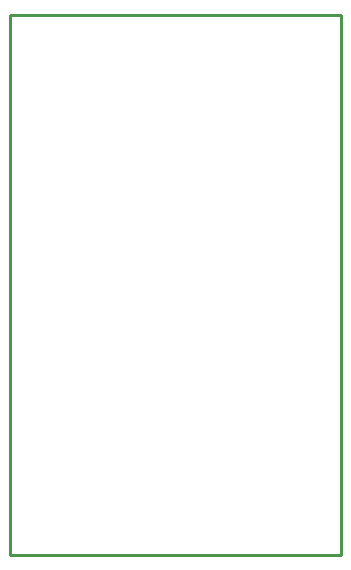
<source format=gko>
G04*
G04 #@! TF.GenerationSoftware,Altium Limited,Altium Designer,21.0.8 (223)*
G04*
G04 Layer_Color=65280*
%FSLAX25Y25*%
%MOIN*%
G70*
G04*
G04 #@! TF.SameCoordinates,2A22C591-BD06-4270-9905-0C6D41A69E50*
G04*
G04*
G04 #@! TF.FilePolarity,Positive*
G04*
G01*
G75*
%ADD14C,0.01000*%
D14*
Y180000D01*
X110500D01*
Y100D02*
Y180000D01*
X110400Y0D02*
X110500Y100D01*
X0Y0D02*
X110400D01*
M02*

</source>
